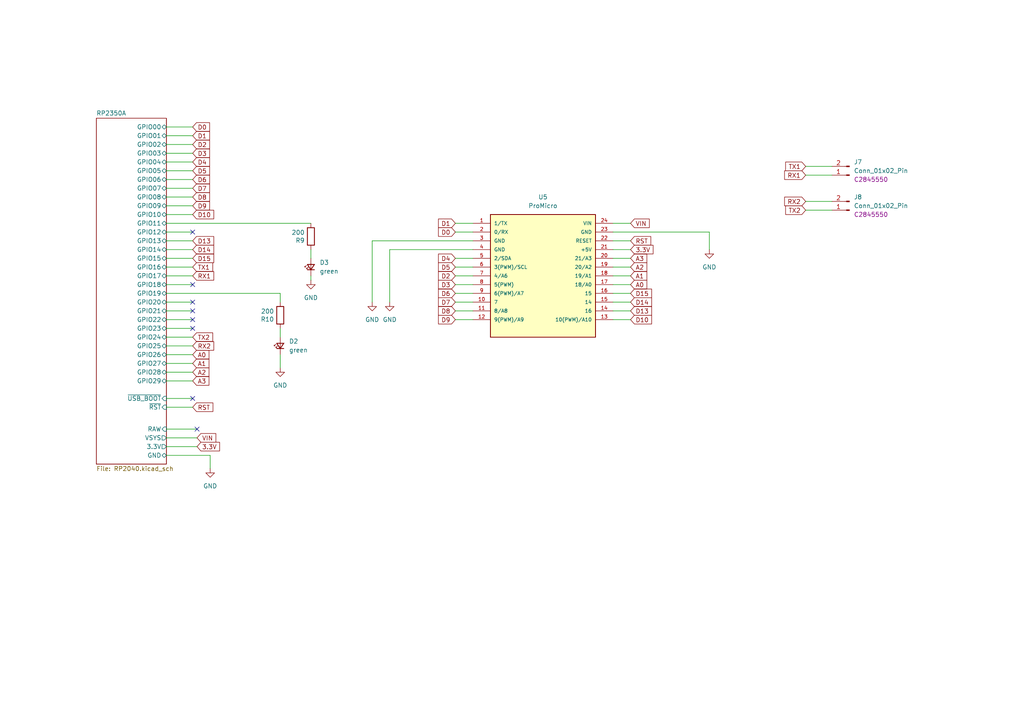
<source format=kicad_sch>
(kicad_sch (version 20250114) (generator "eeschema") (generator_version "9.0")
  (paper "A4")
  (title_block (date "${DATE}") (rev "${VERSION}"))
  (lib_symbols
    (symbol "Device:LED_Small" (pin_numbers (hide yes)) (pin_names (offset 0.254) (hide yes))
      (property "Reference" "D" (at -1.27 3.175 0))
      (property "Value" "LED_Small" (at -4.445 -2.54 0))
      (symbol "LED_Small_0_1"
        (polyline (pts (xy -0.762 -1.016) (xy -0.762 1.016)) (stroke (width 0.254)))
        (polyline (pts (xy 0 0.762) (xy -0.508 1.27) (xy -0.254 1.27) (xy -0.508 1.27) (xy -0.508 1.016)))
        (polyline (pts (xy 0.508 1.27) (xy 0 1.778) (xy 0.254 1.778) (xy 0 1.778) (xy 0 1.524)))
        (polyline (pts (xy 0.762 -1.016) (xy -0.762 0) (xy 0.762 1.016) (xy 0.762 -1.016)) (stroke (width 0.254)))
        (polyline (pts (xy 1.016 0) (xy -0.762 0)))
      )
      (symbol "LED_Small_1_1"
        (pin passive line (at -2.54 0 0) (length 1.778) (name "K") (number "1"))
        (pin passive line (at 2.54 0 180) (length 1.778) (name "A") (number "2"))
      )
    )
    (symbol "Device:R" (pin_numbers (hide yes)) (pin_names (offset 0))
      (property "Reference" "R" (at 2.032 0 90))
      (property "Value" "R" (at 0 0 90))
      (symbol "R_0_1"
        (rectangle (start -1.016 -2.54) (end 1.016 2.54) (stroke (width 0.254)))
      )
      (symbol "R_1_1"
        (pin passive line (at 0 3.81 270) (length 1.27) (name "~") (number "1"))
        (pin passive line (at 0 -3.81 90) (length 1.27) (name "~") (number "2"))
      )
    )
    (symbol "Own_Library:PoMicro" (pin_names (offset 1.016))
      (property "Reference" "U" (at -14.732 19.05 0))
      (property "Value" "ProMicro" (at -3.048 -15.24 0))
      (symbol "PoMicro_0_0"
        (rectangle (start -15.24 17.78) (end 15.24 -17.78) (stroke (width 0.254)) (fill (type background)))
      )
      (symbol "PoMicro_1_0"
        (pin bidirectional line (at -20.32 15.24 0) (length 5.08) (name "1/TX") (number "1"))
        (pin bidirectional line (at -20.32 12.7 0) (length 5.08) (name "0/RX") (number "2"))
        (pin power_in line (at -20.32 10.16 0) (length 5.08) (name "GND") (number "3"))
        (pin power_in line (at -20.32 7.62 0) (length 5.08) (name "GND") (number "4"))
        (pin bidirectional line (at -20.32 5.08 0) (length 5.08) (name "2/SDA") (number "5"))
        (pin bidirectional line (at -20.32 2.54 0) (length 5.08) (name "3(PWM)/SCL") (number "6"))
        (pin bidirectional line (at -20.32 0 0) (length 5.08) (name "4/A6") (number "7"))
        (pin bidirectional line (at -20.32 -2.54 0) (length 5.08) (name "5(PWM)") (number "8"))
        (pin bidirectional line (at -20.32 -5.08 0) (length 5.08) (name "6(PWM)/A7") (number "9"))
        (pin bidirectional line (at -20.32 -7.62 0) (length 5.08) (name "7") (number "10"))
        (pin bidirectional line (at -20.32 -10.16 0) (length 5.08) (name "8/A8") (number "11"))
        (pin bidirectional line (at -20.32 -12.7 0) (length 5.08) (name "9(PWM)/A9") (number "12"))
        (pin power_in line (at 20.32 15.24 180) (length 5.08) (name "VIN") (number "24"))
        (pin power_in line (at 20.32 12.7 180) (length 5.08) (name "GND") (number "23"))
        (pin input line (at 20.32 10.16 180) (length 5.08) (name "RESET") (number "22"))
        (pin power_in line (at 20.32 7.62 180) (length 5.08) (name "+5V") (number "21"))
        (pin bidirectional line (at 20.32 5.08 180) (length 5.08) (name "21/A3") (number "20"))
        (pin bidirectional line (at 20.32 2.54 180) (length 5.08) (name "20/A2") (number "19"))
        (pin bidirectional line (at 20.32 0 180) (length 5.08) (name "19/A1") (number "18"))
        (pin bidirectional line (at 20.32 -2.54 180) (length 5.08) (name "18/A0") (number "17"))
        (pin bidirectional line (at 20.32 -5.08 180) (length 5.08) (name "15") (number "16"))
        (pin bidirectional line (at 20.32 -7.62 180) (length 5.08) (name "14") (number "15"))
        (pin bidirectional line (at 20.32 -10.16 180) (length 5.08) (name "16") (number "14"))
        (pin bidirectional line (at 20.32 -12.7 180) (length 5.08) (name "10(PWM)/A10") (number "13"))
      )
    )
    (symbol "_Own_Library:Conn_01x02_JST_ZH" (pin_names (offset 1.016) (hide yes))
      (property "Reference" "J" (at 0 2.54 0))
      (property "Value" "Conn_01x02_JST_ZH" (at 0 -5.08 0))
      (property "JLCPCB" "C2845550" (at 0 0 0))
      (symbol "Conn_01x02_JST_ZH_1_1"
        (rectangle (start 0.8636 0.127) (end 0 -0.127) (stroke (width 0.1524)) (fill (type outline)))
        (rectangle (start 0.8636 -2.413) (end 0 -2.667) (stroke (width 0.1524)) (fill (type outline)))
        (polyline (pts (xy 1.27 0) (xy 0.8636 0)) (stroke (width 0.1524)))
        (polyline (pts (xy 1.27 -2.54) (xy 0.8636 -2.54)) (stroke (width 0.1524)))
        (pin passive line (at 5.08 0 180) (length 3.81) (name "Pin_1") (number "1"))
        (pin passive line (at 5.08 -2.54 180) (length 3.81) (name "Pin_2") (number "2"))
      )
    )
    (symbol "power:GND" (power) (pin_numbers (hide yes)) (pin_names (offset 0) (hide yes))
      (property "Value" "GND" (at 0 -3.81 0))
      (symbol "GND_0_1"
        (polyline (pts (xy 0 0) (xy 0 -1.27) (xy 1.27 -1.27) (xy 0 -2.54) (xy -1.27 -1.27) (xy 0 -1.27)))
      )
      (symbol "GND_1_1"
        (pin power_in line (at 0 0 270) (length 0) (name "~") (number "1"))
      )
    )
  )
  (no_connect (at 55.88 87.63))
  (no_connect (at 55.88 67.31))
  (no_connect (at 57.15 124.46))
  (no_connect (at 55.88 95.25))
  (no_connect (at 55.88 90.17))
  (no_connect (at 55.88 82.55))
  (no_connect (at 55.88 115.57))
  (no_connect (at 55.88 92.71))
  (wire (pts (xy 60.96 132.08) (xy 60.96 135.89)))
  (wire (pts (xy 48.26 80.01) (xy 55.88 80.01)))
  (wire (pts (xy 48.26 107.95) (xy 55.88 107.95)))
  (wire (pts (xy 132.08 87.63) (xy 137.16 87.63)))
  (wire (pts (xy 48.26 100.33) (xy 55.88 100.33)))
  (wire (pts (xy 48.26 52.07) (xy 55.88 52.07)))
  (wire (pts (xy 48.26 77.47) (xy 55.88 77.47)))
  (wire (pts (xy 48.26 46.99) (xy 55.88 46.99)))
  (wire (pts (xy 48.26 36.83) (xy 55.88 36.83)))
  (wire (pts (xy 48.26 39.37) (xy 55.88 39.37)))
  (wire (pts (xy 81.28 102.87) (xy 81.28 106.68)))
  (wire (pts (xy 113.03 72.39) (xy 137.16 72.39)))
  (wire (pts (xy 177.8 72.39) (xy 182.88 72.39)))
  (wire (pts (xy 81.28 95.25) (xy 81.28 97.79)))
  (wire (pts (xy 177.8 69.85) (xy 182.88 69.85)))
  (wire (pts (xy 81.28 85.09) (xy 81.28 87.63)))
  (wire (pts (xy 132.08 92.71) (xy 137.16 92.71)))
  (wire (pts (xy 233.68 58.42) (xy 241.3 58.42)))
  (wire (pts (xy 48.26 41.91) (xy 55.88 41.91)))
  (wire (pts (xy 177.8 85.09) (xy 182.88 85.09)))
  (wire (pts (xy 113.03 72.39) (xy 113.03 87.63)))
  (wire (pts (xy 48.26 64.77) (xy 90.17 64.77)))
  (wire (pts (xy 48.26 90.17) (xy 55.88 90.17)))
  (wire (pts (xy 132.08 80.01) (xy 137.16 80.01)))
  (wire (pts (xy 48.26 74.93) (xy 55.88 74.93)))
  (wire (pts (xy 132.08 64.77) (xy 137.16 64.77)))
  (wire (pts (xy 177.8 67.31) (xy 205.74 67.31)))
  (wire (pts (xy 132.08 74.93) (xy 137.16 74.93)))
  (wire (pts (xy 132.08 90.17) (xy 137.16 90.17)))
  (wire (pts (xy 132.08 67.31) (xy 137.16 67.31)))
  (wire (pts (xy 48.26 110.49) (xy 55.88 110.49)))
  (wire (pts (xy 48.26 124.46) (xy 57.15 124.46)))
  (wire (pts (xy 177.8 82.55) (xy 182.88 82.55)))
  (wire (pts (xy 48.26 57.15) (xy 55.88 57.15)))
  (wire (pts (xy 177.8 74.93) (xy 182.88 74.93)))
  (wire (pts (xy 177.8 90.17) (xy 182.88 90.17)))
  (wire (pts (xy 177.8 64.77) (xy 182.88 64.77)))
  (wire (pts (xy 177.8 80.01) (xy 182.88 80.01)))
  (wire (pts (xy 177.8 87.63) (xy 182.88 87.63)))
  (wire (pts (xy 48.26 44.45) (xy 55.88 44.45)))
  (wire (pts (xy 233.68 48.26) (xy 241.3 48.26)))
  (wire (pts (xy 107.95 69.85) (xy 137.16 69.85)))
  (wire (pts (xy 48.26 54.61) (xy 55.88 54.61)))
  (wire (pts (xy 48.26 95.25) (xy 55.88 95.25)))
  (wire (pts (xy 107.95 69.85) (xy 107.95 87.63)))
  (wire (pts (xy 177.8 77.47) (xy 182.88 77.47)))
  (wire (pts (xy 48.26 87.63) (xy 55.88 87.63)))
  (wire (pts (xy 90.17 72.39) (xy 90.17 74.93)))
  (wire (pts (xy 48.26 85.09) (xy 81.28 85.09)))
  (wire (pts (xy 132.08 77.47) (xy 137.16 77.47)))
  (wire (pts (xy 48.26 82.55) (xy 55.88 82.55)))
  (wire (pts (xy 48.26 92.71) (xy 55.88 92.71)))
  (wire (pts (xy 132.08 85.09) (xy 137.16 85.09)))
  (wire (pts (xy 48.26 69.85) (xy 55.88 69.85)))
  (wire (pts (xy 48.26 115.57) (xy 55.88 115.57)))
  (wire (pts (xy 48.26 72.39) (xy 55.88 72.39)))
  (wire (pts (xy 132.08 82.55) (xy 137.16 82.55)))
  (wire (pts (xy 48.26 129.54) (xy 57.15 129.54)))
  (wire (pts (xy 233.68 60.96) (xy 241.3 60.96)))
  (wire (pts (xy 233.68 50.8) (xy 241.3 50.8)))
  (wire (pts (xy 48.26 59.69) (xy 55.88 59.69)))
  (wire (pts (xy 48.26 97.79) (xy 55.88 97.79)))
  (wire (pts (xy 48.26 105.41) (xy 55.88 105.41)))
  (wire (pts (xy 205.74 67.31) (xy 205.74 72.39)))
  (wire (pts (xy 48.26 49.53) (xy 55.88 49.53)))
  (wire (pts (xy 48.26 67.31) (xy 55.88 67.31)))
  (wire (pts (xy 48.26 62.23) (xy 55.88 62.23)))
  (wire (pts (xy 90.17 80.01) (xy 90.17 81.28)))
  (wire (pts (xy 177.8 92.71) (xy 182.88 92.71)))
  (wire (pts (xy 48.26 127) (xy 57.15 127)))
  (wire (pts (xy 48.26 102.87) (xy 55.88 102.87)))
  (wire (pts (xy 48.26 132.08) (xy 60.96 132.08)))
  (wire (pts (xy 48.26 118.11) (xy 55.88 118.11)))
  (global_label "D5" (shape input) (at 55.88 49.53 0) (property "Intersheetrefs" "${INTERSHEET_REFS}" (effects (hide yes))))
  (global_label "D2" (shape input) (at 132.08 80.01 180) (property "Intersheetrefs" "${INTERSHEET_REFS}" (effects (hide yes))))
  (global_label "RX1" (shape input) (at 233.68 50.8 180) (property "Intersheetrefs" "${INTERSHEET_REFS}" (effects (hide yes))))
  (global_label "D5" (shape input) (at 132.08 77.47 180) (property "Intersheetrefs" "${INTERSHEET_REFS}" (effects (hide yes))))
  (global_label "A3" (shape input) (at 55.88 110.49 0) (property "Intersheetrefs" "${INTERSHEET_REFS}" (effects (hide yes))))
  (global_label "D13" (shape input) (at 182.88 90.17 0) (property "Intersheetrefs" "${INTERSHEET_REFS}" (effects (hide yes))))
  (global_label "3.3V" (shape input) (at 57.15 129.54 0) (property "Intersheetrefs" "${INTERSHEET_REFS}" (effects (hide yes))))
  (global_label "TX1" (shape input) (at 233.68 48.26 180) (property "Intersheetrefs" "${INTERSHEET_REFS}" (effects (hide yes))))
  (global_label "A2" (shape input) (at 55.88 107.95 0) (property "Intersheetrefs" "${INTERSHEET_REFS}" (effects (hide yes))))
  (global_label "D0" (shape input) (at 132.08 67.31 180) (property "Intersheetrefs" "${INTERSHEET_REFS}" (effects (hide yes))))
  (global_label "D6" (shape input) (at 132.08 85.09 180) (property "Intersheetrefs" "${INTERSHEET_REFS}" (effects (hide yes))))
  (global_label "D2" (shape input) (at 55.88 41.91 0) (property "Intersheetrefs" "${INTERSHEET_REFS}" (effects (hide yes))))
  (global_label "RST" (shape input) (at 55.88 118.11 0) (property "Intersheetrefs" "${INTERSHEET_REFS}" (effects (hide yes))))
  (global_label "D7" (shape input) (at 55.88 54.61 0) (property "Intersheetrefs" "${INTERSHEET_REFS}" (effects (hide yes))))
  (global_label "RX2" (shape input) (at 233.68 58.42 180) (property "Intersheetrefs" "${INTERSHEET_REFS}" (effects (hide yes))))
  (global_label "D8" (shape input) (at 132.08 90.17 180) (property "Intersheetrefs" "${INTERSHEET_REFS}" (effects (hide yes))))
  (global_label "D4" (shape input) (at 132.08 74.93 180) (property "Intersheetrefs" "${INTERSHEET_REFS}" (effects (hide yes))))
  (global_label "A0" (shape input) (at 182.88 82.55 0) (property "Intersheetrefs" "${INTERSHEET_REFS}" (effects (hide yes))))
  (global_label "D3" (shape input) (at 55.88 44.45 0) (property "Intersheetrefs" "${INTERSHEET_REFS}" (effects (hide yes))))
  (global_label "D13" (shape input) (at 55.88 69.85 0) (property "Intersheetrefs" "${INTERSHEET_REFS}" (effects (hide yes))))
  (global_label "D15" (shape input) (at 182.88 85.09 0) (property "Intersheetrefs" "${INTERSHEET_REFS}" (effects (hide yes))))
  (global_label "D4" (shape input) (at 55.88 46.99 0) (property "Intersheetrefs" "${INTERSHEET_REFS}" (effects (hide yes))))
  (global_label "RX2" (shape input) (at 55.88 100.33 0) (property "Intersheetrefs" "${INTERSHEET_REFS}" (effects (hide yes))))
  (global_label "TX2" (shape input) (at 55.88 97.79 0) (property "Intersheetrefs" "${INTERSHEET_REFS}" (effects (hide yes))))
  (global_label "D9" (shape input) (at 132.08 92.71 180) (property "Intersheetrefs" "${INTERSHEET_REFS}" (effects (hide yes))))
  (global_label "D10" (shape input) (at 55.88 62.23 0) (property "Intersheetrefs" "${INTERSHEET_REFS}" (effects (hide yes))))
  (global_label "3.3V" (shape input) (at 182.88 72.39 0) (property "Intersheetrefs" "${INTERSHEET_REFS}" (effects (hide yes))))
  (global_label "D14" (shape input) (at 182.88 87.63 0) (property "Intersheetrefs" "${INTERSHEET_REFS}" (effects (hide yes))))
  (global_label "D1" (shape input) (at 132.08 64.77 180) (property "Intersheetrefs" "${INTERSHEET_REFS}" (effects (hide yes))))
  (global_label "D9" (shape input) (at 55.88 59.69 0) (property "Intersheetrefs" "${INTERSHEET_REFS}" (effects (hide yes))))
  (global_label "D10" (shape input) (at 182.88 92.71 0) (property "Intersheetrefs" "${INTERSHEET_REFS}" (effects (hide yes))))
  (global_label "A3" (shape input) (at 182.88 74.93 0) (property "Intersheetrefs" "${INTERSHEET_REFS}" (effects (hide yes))))
  (global_label "D1" (shape input) (at 55.88 39.37 0) (property "Intersheetrefs" "${INTERSHEET_REFS}" (effects (hide yes))))
  (global_label "RX1" (shape input) (at 55.88 80.01 0) (property "Intersheetrefs" "${INTERSHEET_REFS}" (effects (hide yes))))
  (global_label "TX1" (shape input) (at 55.88 77.47 0) (property "Intersheetrefs" "${INTERSHEET_REFS}" (effects (hide yes))))
  (global_label "D8" (shape input) (at 55.88 57.15 0) (property "Intersheetrefs" "${INTERSHEET_REFS}" (effects (hide yes))))
  (global_label "D6" (shape input) (at 55.88 52.07 0) (property "Intersheetrefs" "${INTERSHEET_REFS}" (effects (hide yes))))
  (global_label "D14" (shape input) (at 55.88 72.39 0) (property "Intersheetrefs" "${INTERSHEET_REFS}" (effects (hide yes))))
  (global_label "D7" (shape input) (at 132.08 87.63 180) (property "Intersheetrefs" "${INTERSHEET_REFS}" (effects (hide yes))))
  (global_label "A2" (shape input) (at 182.88 77.47 0) (property "Intersheetrefs" "${INTERSHEET_REFS}" (effects (hide yes))))
  (global_label "D3" (shape input) (at 132.08 82.55 180) (property "Intersheetrefs" "${INTERSHEET_REFS}" (effects (hide yes))))
  (global_label "VIN" (shape input) (at 182.88 64.77 0) (property "Intersheetrefs" "${INTERSHEET_REFS}" (effects (hide yes))))
  (global_label "TX2" (shape input) (at 233.68 60.96 180) (property "Intersheetrefs" "${INTERSHEET_REFS}" (effects (hide yes))))
  (global_label "VIN" (shape input) (at 57.15 127 0) (property "Intersheetrefs" "${INTERSHEET_REFS}" (effects (hide yes))))
  (global_label "A1" (shape input) (at 182.88 80.01 0) (property "Intersheetrefs" "${INTERSHEET_REFS}" (effects (hide yes))))
  (global_label "D15" (shape input) (at 55.88 74.93 0) (property "Intersheetrefs" "${INTERSHEET_REFS}" (effects (hide yes))))
  (global_label "D0" (shape input) (at 55.88 36.83 0) (property "Intersheetrefs" "${INTERSHEET_REFS}" (effects (hide yes))))
  (global_label "RST" (shape input) (at 182.88 69.85 0) (property "Intersheetrefs" "${INTERSHEET_REFS}" (effects (hide yes))))
  (global_label "A1" (shape input) (at 55.88 105.41 0) (property "Intersheetrefs" "${INTERSHEET_REFS}" (effects (hide yes))))
  (global_label "A0" (shape input) (at 55.88 102.87 0) (property "Intersheetrefs" "${INTERSHEET_REFS}" (effects (hide yes))))
  (symbol (lib_id "_Own_Library:Conn_01x02_JST_ZH") (at 246.38 50.8 180) (unit 1)
    (property "Reference" "J7" (at 247.65 46.9899 0) (effects (justify right)))
    (property "Value" "Conn_01x02_Pin" (at 247.65 49.5299 0) (effects (justify right)))
    (property "Footprint" "_Own_Library:JST_ZH_B2B-ZR_1x02_P1.50mm_Vertical" (effects (hide yes)))
    (property "Description" "Generic connector, single row, 01x02, script generated" (effects (hide yes)))
    (property "JLCPCB" "C2845550" (at 247.65 52.0699 0) (effects (justify right)))
  )
  (symbol (lib_id "power:GND") (at 60.96 135.89 0) (unit 1)
    (property "Reference" "#PWR04" (effects (hide yes)))
    (property "Value" "GND" (at 60.96 140.97 0))
    (property "Description" "Power symbol creates a global label with name \"GND\" , ground" (effects (hide yes)))
  )
  (symbol (lib_id "Device:R") (at 90.17 68.58 180) (unit 1)
    (property "Reference" "R9" (at 88.392 69.7484 0) (effects (justify left)))
    (property "Value" "200" (at 88.392 67.437 0) (effects (justify left)))
    (property "Footprint" "Resistor_SMD:R_0402_1005Metric" (effects (hide yes)))
  )
  (symbol (lib_id "power:GND") (at 81.28 106.68 0) (unit 1)
    (property "Reference" "#PWR017" (effects (hide yes)))
    (property "Value" "GND" (at 81.28 111.76 0))
    (property "Description" "Power symbol creates a global label with name \"GND\" , ground" (effects (hide yes)))
  )
  (symbol (lib_id "_Own_Library:Conn_01x02_JST_ZH") (at 246.38 60.96 180) (unit 1)
    (property "Reference" "J8" (at 247.65 57.1499 0) (effects (justify right)))
    (property "Value" "Conn_01x02_Pin" (at 247.65 59.6899 0) (effects (justify right)))
    (property "Footprint" "_Own_Library:JST_ZH_B2B-ZR_1x02_P1.50mm_Vertical" (effects (hide yes)))
    (property "Description" "Generic connector, single row, 01x02, script generated" (effects (hide yes)))
    (property "JLCPCB" "C2845550" (at 247.65 62.2299 0) (effects (justify right)))
  )
  (symbol (lib_id "Device:LED_Small") (at 81.28 100.33 90) (unit 1)
    (property "Reference" "D2" (at 83.82 98.9964 90) (effects (justify right)))
    (property "Value" "green" (at 83.82 101.5364 90) (effects (justify right)))
    (property "Footprint" "LED_SMD:LED_0402_1005Metric" (effects (hide yes)))
    (property "Description" "Light emitting diode, small symbol" (effects (hide yes)))
    (property "Sim.Pin" "1=K 2=A" (effects (hide yes)))
  )
  (symbol (lib_id "Device:R") (at 81.28 91.44 180) (unit 1)
    (property "Reference" "R10" (at 79.502 92.6084 0) (effects (justify left)))
    (property "Value" "200" (at 79.502 90.297 0) (effects (justify left)))
    (property "Footprint" "Resistor_SMD:R_0402_1005Metric" (effects (hide yes)))
  )
  (symbol (lib_id "Device:LED_Small") (at 90.17 77.47 90) (unit 1)
    (property "Reference" "D3" (at 92.71 76.1364 90) (effects (justify right)))
    (property "Value" "green" (at 92.71 78.6764 90) (effects (justify right)))
    (property "Footprint" "LED_SMD:LED_0402_1005Metric" (effects (hide yes)))
    (property "Description" "Light emitting diode, small symbol" (effects (hide yes)))
    (property "Sim.Pin" "1=K 2=A" (effects (hide yes)))
  )
  (symbol (lib_id "power:GND") (at 205.74 72.39 0) (unit 1)
    (property "Reference" "#PWR09" (effects (hide yes)))
    (property "Value" "GND" (at 205.74 77.47 0))
    (property "Description" "Power symbol creates a global label with name \"GND\" , ground" (effects (hide yes)))
  )
  (symbol (lib_id "power:GND") (at 90.17 81.28 0) (unit 1)
    (property "Reference" "#PWR018" (effects (hide yes)))
    (property "Value" "GND" (at 90.17 86.36 0))
    (property "Description" "Power symbol creates a global label with name \"GND\" , ground" (effects (hide yes)))
  )
  (symbol (lib_id "Own_Library:PoMicro") (at 157.48 80.01 0) (unit 1)
    (property "Reference" "U5" (at 157.48 57.15 0))
    (property "Value" "ProMicro" (at 157.48 59.69 0))
    (property "Footprint" "_Own_Library:ProMicro" (effects (hide yes)))
    (property "MF" "Arduino" (effects (hide yes)))
    (property "Description_1" "\n                        \n                            Microcontroller board based on the ATmega32u4\n                        \n" (effects (hide yes)))
    (property "Package" "Non-Standard Arduino" (effects (hide yes)))
    (property "Price" "None" (effects (hide yes)))
    (property "Check_prices" "https://www.snapeda.com/parts/Arduino%20Micro/Arduino/view-part/?ref=eda" (effects (hide yes)))
    (property "STANDARD" "Manufacturer Recommendations" (effects (hide yes)))
    (property "PARTREV" "N/A" (effects (hide yes)))
    (property "SnapEDA_Link" "https://www.snapeda.com/parts/Arduino%20Micro/Arduino/view-part/?ref=snap" (effects (hide yes)))
    (property "MP" "Arduino Micro" (effects (hide yes)))
    (property "Availability" "Not in stock" (effects (hide yes)))
    (property "MANUFACTURER" "ARDUINO" (effects (hide yes)))
  )
  (symbol (lib_id "power:GND") (at 113.03 87.63 0) (unit 1)
    (property "Reference" "#PWR011" (effects (hide yes)))
    (property "Value" "GND" (at 113.03 92.71 0))
    (property "Description" "Power symbol creates a global label with name \"GND\" , ground" (effects (hide yes)))
  )
  (symbol (lib_id "power:GND") (at 107.95 87.63 0) (unit 1)
    (property "Reference" "#PWR07" (effects (hide yes)))
    (property "Value" "GND" (at 107.95 92.71 0))
    (property "Description" "Power symbol creates a global label with name \"GND\" , ground" (effects (hide yes)))
  )
  (sheet (at 27.94 34.29) (size 20.32 100.33) (stroke (width 0.1524))
    (property "Sheetname" "RP2350A" (at 27.94 33.5784 0) (effects (justify left bottom)))
    (property "Sheetfile" "RP2040.kicad_sch" (at 27.94 135.2046 0) (effects (justify left top)))
    (pin "GPIO06" bidirectional (at 48.26 52.07 0))
    (pin "GPIO08" bidirectional (at 48.26 57.15 0))
    (pin "GPIO07" bidirectional (at 48.26 54.61 0))
    (pin "GPIO09" bidirectional (at 48.26 59.69 0))
    (pin "GPIO00" bidirectional (at 48.26 36.83 0))
    (pin "GPIO05" bidirectional (at 48.26 49.53 0))
    (pin "GPIO03" bidirectional (at 48.26 44.45 0))
    (pin "GPIO04" bidirectional (at 48.26 46.99 0))
    (pin "GPIO02" bidirectional (at 48.26 41.91 0))
    (pin "GPIO01" bidirectional (at 48.26 39.37 0))
    (pin "GPIO10" bidirectional (at 48.26 62.23 0))
    (pin "GPIO12" bidirectional (at 48.26 67.31 0))
    (pin "GPIO13" bidirectional (at 48.26 69.85 0))
    (pin "GPIO17" bidirectional (at 48.26 80.01 0))
    (pin "GPIO16" bidirectional (at 48.26 77.47 0))
    (pin "GPIO11" bidirectional (at 48.26 64.77 0))
    (pin "GPIO15" bidirectional (at 48.26 74.93 0))
    (pin "GPIO14" bidirectional (at 48.26 72.39 0))
    (pin "GPIO21" bidirectional (at 48.26 90.17 0))
    (pin "GPIO25" bidirectional (at 48.26 100.33 0))
    (pin "GPIO22" bidirectional (at 48.26 92.71 0))
    (pin "GPIO24" bidirectional (at 48.26 97.79 0))
    (pin "GPIO23" bidirectional (at 48.26 95.25 0))
    (pin "GPIO19" bidirectional (at 48.26 85.09 0))
    (pin "GPIO18" bidirectional (at 48.26 82.55 0))
    (pin "GPIO20" bidirectional (at 48.26 87.63 0))
    (pin "GPIO29" bidirectional (at 48.26 110.49 0))
    (pin "GPIO27" bidirectional (at 48.26 105.41 0))
    (pin "GPIO28" bidirectional (at 48.26 107.95 0))
    (pin "GPIO26" bidirectional (at 48.26 102.87 0))
    (pin "~{USB_BOOT}" input (at 48.26 115.57 0))
    (pin "GND" bidirectional (at 48.26 132.08 0))
    (pin "VSYS" output (at 48.26 127 0))
    (pin "RAW" input (at 48.26 124.46 0))
    (pin "3.3V" output (at 48.26 129.54 0))
    (pin "~{RST}" input (at 48.26 118.11 0))
  )
)
</source>
